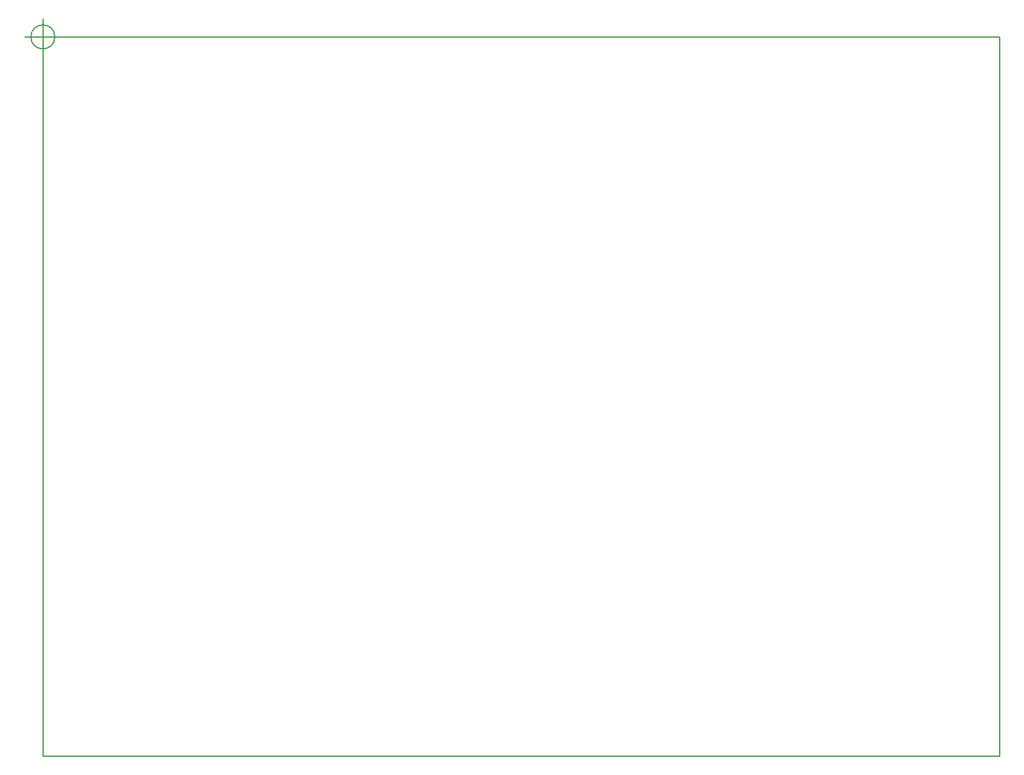
<source format=gm1>
G04 #@! TF.FileFunction,Profile,NP*
%FSLAX46Y46*%
G04 Gerber Fmt 4.6, Leading zero omitted, Abs format (unit mm)*
G04 Created by KiCad (PCBNEW 4.0.7) date 01/31/20 11:09:44*
%MOMM*%
%LPD*%
G01*
G04 APERTURE LIST*
%ADD10C,0.100000*%
%ADD11C,0.150000*%
G04 APERTURE END LIST*
D10*
D11*
X1666666Y0D02*
G75*
G03X1666666Y0I-1666666J0D01*
G01*
X-2500000Y0D02*
X2500000Y0D01*
X0Y2500000D02*
X0Y-2500000D01*
X0Y0D02*
X1270000Y0D01*
X0Y-100330000D02*
X0Y0D01*
X133350000Y-100330000D02*
X0Y-100330000D01*
X133350000Y0D02*
X133350000Y-100330000D01*
X1270000Y0D02*
X133350000Y0D01*
M02*

</source>
